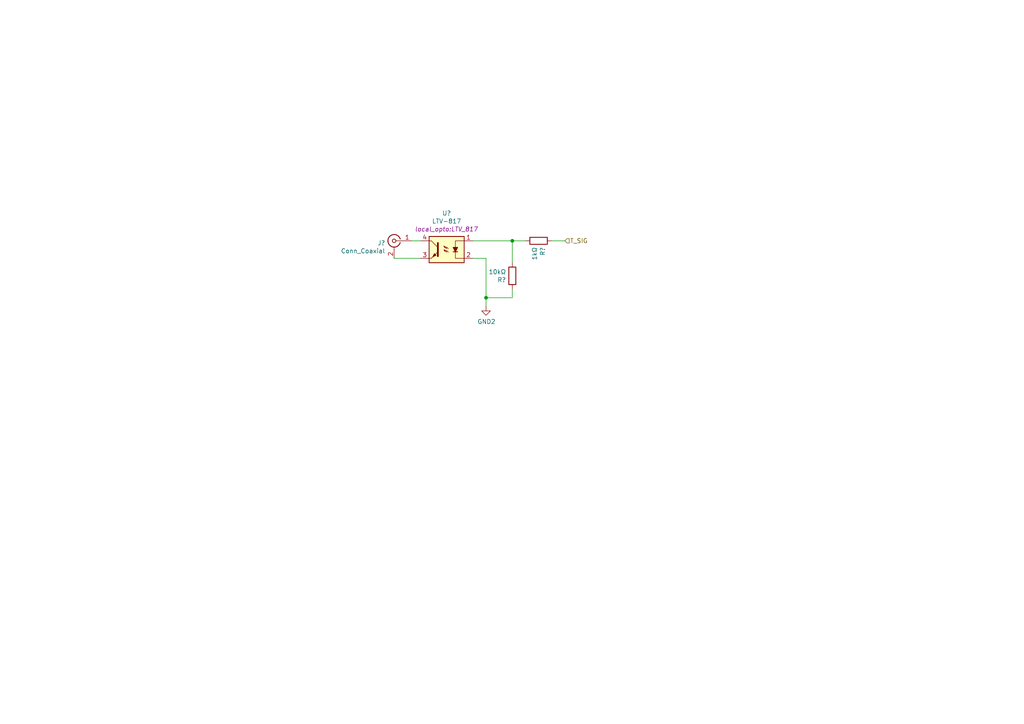
<source format=kicad_sch>
(kicad_sch (version 20211123) (generator eeschema)
  (paper "A4")
  (lib_symbols
    (symbol "CoaxTester:LTV-817" (pin_names (offset 1.016))
      (property "Reference" "U" (at -5.08 5.08 0))
      (property "Value" "LTV-817" (at 0 5.08 0))
      (property "Footprint" "DIP-4" (at -5.08 -5.08 0))
      (symbol "LTV-817_0_1"
        (rectangle (start -5.08 3.81) (end 5.08 -3.81) (stroke (width 0.254)) (fill (type background)))
        (polyline (pts (xy -3.175 -0.635) (xy -1.905 -0.635)) (stroke (width 0.254)))
        (polyline (pts (xy 2.54 0.635) (xy 4.445 2.54)))
        (polyline (pts (xy 4.445 -2.54) (xy 2.54 -0.635)) (fill (type outline)))
        (polyline (pts (xy 4.445 -2.54) (xy 5.08 -2.54)))
        (polyline (pts (xy 4.445 2.54) (xy 5.08 2.54)))
        (polyline (pts (xy -5.08 2.54) (xy -2.54 2.54) (xy -2.54 0.635)))
        (polyline (pts (xy -2.54 -0.635) (xy -2.54 -2.54) (xy -5.08 -2.54)))
        (polyline (pts (xy 2.54 1.905) (xy 2.54 -1.905) (xy 2.54 -1.905)) (stroke (width 0.508)))
        (polyline (pts (xy -2.54 -0.635) (xy -3.175 0.635) (xy -1.905 0.635) (xy -2.54 -0.635)) (stroke (width 0.254)) (fill (type outline)))
        (polyline (pts (xy -0.508 0.254) (xy 0.0254 0.762) (xy 0.0254 0.254) (xy 0.7874 1.016)))
        (polyline (pts (xy 0.7874 1.016) (xy 0.2794 0.762) (xy 0.5334 0.508) (xy 0.7874 1.016)))
        (polyline (pts (xy 3.048 -1.651) (xy 3.556 -1.143) (xy 4.064 -2.159) (xy 3.048 -1.651) (xy 3.048 -1.651)) (fill (type outline)))
        (polyline (pts (xy -0.508 -0.762) (xy 0.0254 -0.254) (xy 0.0254 -0.762) (xy 0.7874 0) (xy 0.2794 -0.254) (xy 0.5334 -0.508) (xy 0.7874 0)))
      )
      (symbol "LTV-817_1_1"
        (pin passive line (at -7.62 2.54 0) (length 2.54) (name "~") (number "1"))
        (pin passive line (at -7.62 -2.54 0) (length 2.54) (name "~") (number "2"))
        (pin passive line (at 7.62 -2.54 180) (length 2.54) (name "~") (number "3"))
        (pin passive line (at 7.62 2.54 180) (length 2.54) (name "~") (number "4"))
      )
    )
    (symbol "Connector:Conn_Coaxial" (pin_names (offset 1.016) hide)
      (property "Reference" "J" (at 0.254 3.048 0))
      (property "Value" "Conn_Coaxial" (at 2.921 0 90))
      (symbol "Conn_Coaxial_0_1"
        (arc (start -1.778 -0.508) (mid 0.222 -1.808) (end 1.778 0) (stroke (width 0.254)))
        (polyline (pts (xy -2.54 0) (xy -0.508 0)))
        (polyline (pts (xy 0 -2.54) (xy 0 -1.778)))
        (circle (center 0 0) (radius 0.508) (stroke (width 0.2032)))
        (arc (start 1.778 0) (mid 0.222 1.8083) (end -1.778 0.508) (stroke (width 0.254)))
      )
      (symbol "Conn_Coaxial_1_1"
        (pin passive line (at -5.08 0 0) (length 2.54) (name "In") (number "1"))
        (pin passive line (at 0 -5.08 90) (length 2.54) (name "Ext") (number "2"))
      )
    )
    (symbol "Device:R" (pin_numbers hide) (pin_names (offset 0))
      (property "Reference" "R" (at 2.032 0 90))
      (property "Value" "R" (at 0 0 90))
      (symbol "R_0_1"
        (rectangle (start -1.016 -2.54) (end 1.016 2.54) (stroke (width 0.254)))
      )
      (symbol "R_1_1"
        (pin passive line (at 0 3.81 270) (length 1.27) (name "~") (number "1"))
        (pin passive line (at 0 -3.81 90) (length 1.27) (name "~") (number "2"))
      )
    )
    (symbol "power:GND2" (power) (pin_names (offset 0))
      (property "Value" "GND2" (at 0 -3.81 0))
      (symbol "GND2_0_1"
        (polyline (pts (xy 0 0) (xy 0 -1.27) (xy 1.27 -1.27) (xy 0 -2.54) (xy -1.27 -1.27) (xy 0 -1.27)))
      )
      (symbol "GND2_1_1"
        (pin power_in line (at 0 0 270) (length 0) hide (name "GND2") (number "1"))
      )
    )
  )
  (junction (at 148.59 69.85))
  (junction (at 140.97 86.36))
  (wire (pts (xy 121.92 74.93) (xy 114.3 74.93)))
  (wire (pts (xy 148.59 83.82) (xy 148.59 86.36)))
  (wire (pts (xy 163.83 69.85) (xy 160.02 69.85)))
  (wire (pts (xy 152.4 69.85) (xy 148.59 69.85)))
  (wire (pts (xy 148.59 69.85) (xy 148.59 76.2)))
  (wire (pts (xy 140.97 86.36) (xy 140.97 88.9)))
  (wire (pts (xy 140.97 74.93) (xy 140.97 86.36)))
  (wire (pts (xy 148.59 86.36) (xy 140.97 86.36)))
  (wire (pts (xy 121.92 69.85) (xy 119.38 69.85)))
  (wire (pts (xy 148.59 69.85) (xy 137.16 69.85)))
  (wire (pts (xy 137.16 74.93) (xy 140.97 74.93)))
  (hierarchical_label "T_SIG" (shape input) (at 163.83 69.85 0))
  (symbol (lib_id "power:GND2") (at 140.97 88.9 0) (unit 1)
    (property "Reference" "#PWR?" (effects hide))
    (property "Value" "GND2" (at 141.097 93.2942 0))
  )
  (symbol (lib_id "Connector:Conn_Coaxial") (at 114.3 69.85 0) (mirror y) (unit 1)
    (property "Reference" "J?" (at 111.76 70.485 0) (effects (justify left)))
    (property "Value" "Conn_Coaxial" (at 111.76 72.7964 0) (effects (justify left)))
    (property "Footprint" "CoaxTester:FB_EPG" (effects hide))
    (property "Datasheet" " ~" (effects hide))
  )
  (symbol (lib_id "Device:R") (at 156.21 69.85 270) (unit 1)
    (property "Reference" "R?" (at 157.3784 71.628 0) (effects (justify left)))
    (property "Value" "1kΩ" (at 155.067 71.628 0) (effects (justify left)))
    (property "Footprint" "Resistor_SMD:R_0805_2012Metric" (effects hide))
  )
  (symbol (lib_id "CoaxTester:LTV-817") (at 129.54 72.39 0) (mirror y) (unit 1)
    (property "Reference" "U?" (at 129.54 61.849 0))
    (property "Value" "LTV-817" (at 129.54 64.1604 0))
    (property "Footprint" "local_opto:LTV_817" (at 129.54 66.4718 0) (effects (font italic)))
  )
  (symbol (lib_id "Device:R") (at 148.59 80.01 180) (unit 1)
    (property "Reference" "R?" (at 146.812 81.1784 0) (effects (justify left)))
    (property "Value" "10kΩ" (at 146.812 78.867 0) (effects (justify left)))
    (property "Footprint" "Resistor_SMD:R_0805_2012Metric" (effects hide))
  )
)
</source>
